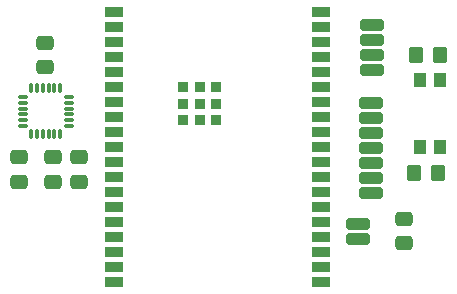
<source format=gbr>
%TF.GenerationSoftware,KiCad,Pcbnew,7.0.5*%
%TF.CreationDate,2024-09-29T13:01:46+01:00*%
%TF.ProjectId,smartwatch,736d6172-7477-4617-9463-682e6b696361,rev?*%
%TF.SameCoordinates,Original*%
%TF.FileFunction,Paste,Top*%
%TF.FilePolarity,Positive*%
%FSLAX46Y46*%
G04 Gerber Fmt 4.6, Leading zero omitted, Abs format (unit mm)*
G04 Created by KiCad (PCBNEW 7.0.5) date 2024-09-29 13:01:46*
%MOMM*%
%LPD*%
G01*
G04 APERTURE LIST*
G04 Aperture macros list*
%AMRoundRect*
0 Rectangle with rounded corners*
0 $1 Rounding radius*
0 $2 $3 $4 $5 $6 $7 $8 $9 X,Y pos of 4 corners*
0 Add a 4 corners polygon primitive as box body*
4,1,4,$2,$3,$4,$5,$6,$7,$8,$9,$2,$3,0*
0 Add four circle primitives for the rounded corners*
1,1,$1+$1,$2,$3*
1,1,$1+$1,$4,$5*
1,1,$1+$1,$6,$7*
1,1,$1+$1,$8,$9*
0 Add four rect primitives between the rounded corners*
20,1,$1+$1,$2,$3,$4,$5,0*
20,1,$1+$1,$4,$5,$6,$7,0*
20,1,$1+$1,$6,$7,$8,$9,0*
20,1,$1+$1,$8,$9,$2,$3,0*%
G04 Aperture macros list end*
%ADD10RoundRect,0.250000X0.350000X0.450000X-0.350000X0.450000X-0.350000X-0.450000X0.350000X-0.450000X0*%
%ADD11RoundRect,0.250000X0.750000X-0.250000X0.750000X0.250000X-0.750000X0.250000X-0.750000X-0.250000X0*%
%ADD12RoundRect,0.250000X0.475000X-0.337500X0.475000X0.337500X-0.475000X0.337500X-0.475000X-0.337500X0*%
%ADD13RoundRect,0.075000X-0.075000X0.350000X-0.075000X-0.350000X0.075000X-0.350000X0.075000X0.350000X0*%
%ADD14RoundRect,0.075000X-0.350000X-0.075000X0.350000X-0.075000X0.350000X0.075000X-0.350000X0.075000X0*%
%ADD15RoundRect,0.250000X-0.475000X0.337500X-0.475000X-0.337500X0.475000X-0.337500X0.475000X0.337500X0*%
%ADD16R,1.500000X0.900000*%
%ADD17R,0.900000X0.900000*%
%ADD18R,1.000000X1.200000*%
%ADD19RoundRect,0.250000X-0.750000X0.250000X-0.750000X-0.250000X0.750000X-0.250000X0.750000X0.250000X0*%
G04 APERTURE END LIST*
D10*
%TO.C,R4*%
X63440000Y-37670000D03*
X61440000Y-37670000D03*
%TD*%
D11*
%TO.C,J5*%
X57740000Y-38940000D03*
X57740000Y-37680000D03*
X57740000Y-36405000D03*
X57740000Y-35140000D03*
%TD*%
D12*
%TO.C,C13*%
X60430000Y-53565000D03*
X60430000Y-51490000D03*
%TD*%
D13*
%TO.C,U3*%
X31330000Y-40470000D03*
X30830000Y-40470000D03*
X30330000Y-40470000D03*
X29830000Y-40470000D03*
X29330000Y-40470000D03*
X28830000Y-40470000D03*
D14*
X28130000Y-41170000D03*
X28130000Y-41670000D03*
X28130000Y-42170000D03*
X28130000Y-42670000D03*
X28130000Y-43170000D03*
X28130000Y-43670000D03*
D13*
X28830000Y-44370000D03*
X29330000Y-44370000D03*
X29830000Y-44370000D03*
X30330000Y-44370000D03*
X30830000Y-44370000D03*
X31330000Y-44370000D03*
D14*
X32030000Y-43670000D03*
X32030000Y-43170000D03*
X32030000Y-42670000D03*
X32030000Y-42170000D03*
X32030000Y-41670000D03*
X32030000Y-41170000D03*
%TD*%
D11*
%TO.C,J6*%
X56520000Y-53205000D03*
X56520000Y-51945000D03*
%TD*%
D10*
%TO.C,R5*%
X63300000Y-47610000D03*
X61300000Y-47610000D03*
%TD*%
D15*
%TO.C,C6*%
X32930000Y-46312500D03*
X32930000Y-48387500D03*
%TD*%
%TO.C,C7*%
X27870000Y-46300000D03*
X27870000Y-48375000D03*
%TD*%
D16*
%TO.C,U1*%
X35870000Y-33970000D03*
X35870000Y-35240000D03*
X35870000Y-36510000D03*
X35870000Y-37780000D03*
X35870000Y-39050000D03*
X35870000Y-40320000D03*
X35870000Y-41590000D03*
X35870000Y-42860000D03*
X35870000Y-44130000D03*
X35870000Y-45400000D03*
X35870000Y-46670000D03*
X35870000Y-47940000D03*
X35870000Y-49210000D03*
X35870000Y-50480000D03*
X35870000Y-51750000D03*
X35870000Y-53020000D03*
X35870000Y-54290000D03*
X35870000Y-55560000D03*
X35870000Y-56830000D03*
X53370000Y-56830000D03*
X53370000Y-55560000D03*
X53370000Y-54290000D03*
X53370000Y-53020000D03*
X53370000Y-51750000D03*
X53370000Y-50480000D03*
X53370000Y-49210000D03*
X53370000Y-47940000D03*
X53370000Y-46670000D03*
X53370000Y-45400000D03*
X53370000Y-44130000D03*
X53370000Y-42860000D03*
X53370000Y-41590000D03*
X53370000Y-40320000D03*
X53370000Y-39050000D03*
X53370000Y-37780000D03*
X53370000Y-36510000D03*
X53370000Y-35240000D03*
X53370000Y-33970000D03*
D17*
X41715000Y-40365000D03*
X41720000Y-41765000D03*
X41720000Y-43165000D03*
X43120000Y-40365000D03*
X43120000Y-41765000D03*
X43120000Y-43165000D03*
X44520000Y-40365000D03*
X44520000Y-41765000D03*
X44520000Y-43165000D03*
%TD*%
D12*
%TO.C,C8*%
X30000000Y-38695000D03*
X30000000Y-36620000D03*
%TD*%
D18*
%TO.C,SW1*%
X61800000Y-45390000D03*
X61800000Y-39790000D03*
X63500000Y-45390000D03*
X63500000Y-39790000D03*
%TD*%
D19*
%TO.C,J4*%
X57640000Y-41680000D03*
X57640000Y-42940000D03*
X57640000Y-44215000D03*
X57640000Y-45480000D03*
X57640000Y-46760000D03*
X57640000Y-48025000D03*
X57640000Y-49295000D03*
%TD*%
D15*
%TO.C,C5*%
X30730000Y-46300000D03*
X30730000Y-48375000D03*
%TD*%
M02*

</source>
